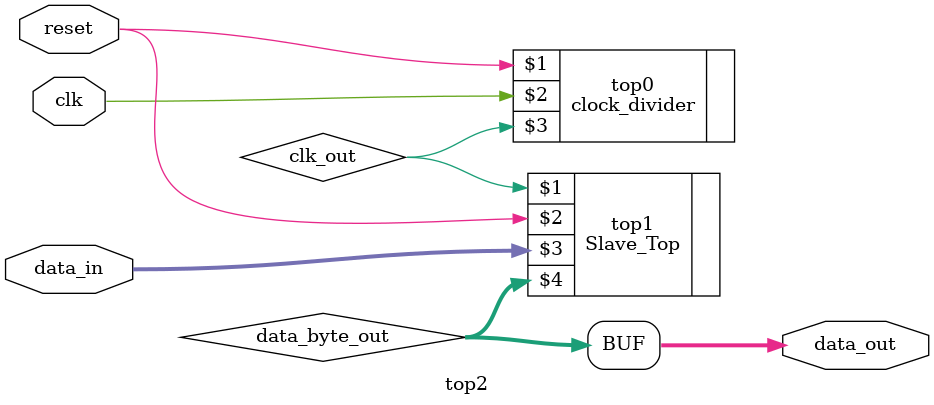
<source format=v>
module top2 (clk,reset,data_in,data_out); 

input clk,reset; 
input [9:0] data_in; 
output [9:0] data_out; 



wire clk_out;
wire [9:0] data_byte_out;

assign data_out = data_byte_out;


clock_divider top0 (reset,clk, clk_out);
 Slave_Top top1 (clk_out,reset,data_in,data_byte_out);
 
 
 
 
 endmodule

</source>
